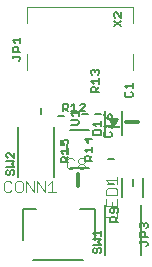
<source format=gbr>
G04 EAGLE Gerber RS-274X export*
G75*
%MOMM*%
%FSLAX34Y34*%
%LPD*%
%INSilkscreen Top*%
%IPPOS*%
%AMOC8*
5,1,8,0,0,1.08239X$1,22.5*%
G01*
%ADD10C,0.304800*%
%ADD11C,0.076200*%
%ADD12C,0.152400*%
%ADD13C,0.203200*%
%ADD14R,1.000000X0.200000*%
%ADD15C,0.101600*%

G36*
X117337Y116867D02*
X117337Y116867D01*
X117364Y116867D01*
X117475Y116899D01*
X117588Y116925D01*
X117611Y116938D01*
X117637Y116946D01*
X117735Y117008D01*
X117836Y117064D01*
X117852Y117082D01*
X117877Y117097D01*
X118062Y117305D01*
X118066Y117309D01*
X120066Y120309D01*
X120097Y120373D01*
X120137Y120433D01*
X120158Y120501D01*
X120189Y120565D01*
X120201Y120636D01*
X120222Y120704D01*
X120224Y120775D01*
X120236Y120846D01*
X120228Y120917D01*
X120230Y120988D01*
X120212Y121057D01*
X120203Y121128D01*
X120176Y121194D01*
X120158Y121263D01*
X120121Y121324D01*
X120094Y121390D01*
X120049Y121446D01*
X120013Y121508D01*
X119961Y121557D01*
X119916Y121612D01*
X119858Y121653D01*
X119805Y121702D01*
X119742Y121735D01*
X119684Y121776D01*
X119616Y121799D01*
X119552Y121832D01*
X119493Y121842D01*
X119415Y121869D01*
X119296Y121875D01*
X119221Y121887D01*
X115221Y121887D01*
X115150Y121877D01*
X115078Y121877D01*
X115010Y121857D01*
X114940Y121847D01*
X114874Y121818D01*
X114805Y121798D01*
X114745Y121760D01*
X114680Y121731D01*
X114625Y121685D01*
X114565Y121647D01*
X114517Y121594D01*
X114463Y121548D01*
X114423Y121488D01*
X114376Y121434D01*
X114345Y121370D01*
X114306Y121311D01*
X114284Y121243D01*
X114253Y121178D01*
X114241Y121108D01*
X114220Y121040D01*
X114218Y120968D01*
X114206Y120898D01*
X114214Y120827D01*
X114212Y120756D01*
X114231Y120686D01*
X114239Y120615D01*
X114264Y120560D01*
X114284Y120481D01*
X114345Y120378D01*
X114376Y120309D01*
X116376Y117309D01*
X116453Y117222D01*
X116526Y117132D01*
X116548Y117117D01*
X116566Y117097D01*
X116663Y117035D01*
X116758Y116968D01*
X116784Y116960D01*
X116806Y116945D01*
X116917Y116913D01*
X117027Y116875D01*
X117054Y116874D01*
X117079Y116867D01*
X117195Y116867D01*
X117311Y116861D01*
X117337Y116867D01*
G37*
D10*
X87122Y75565D02*
X87122Y65405D01*
D11*
X83774Y87454D02*
X82206Y89022D01*
X79071Y89022D01*
X77503Y87454D01*
X77503Y81184D01*
X79071Y79616D01*
X82206Y79616D01*
X83774Y81184D01*
X86858Y87454D02*
X88426Y89022D01*
X91561Y89022D01*
X93129Y87454D01*
X93129Y85887D01*
X91561Y84319D01*
X93129Y82751D01*
X93129Y81184D01*
X91561Y79616D01*
X88426Y79616D01*
X86858Y81184D01*
X86858Y82751D01*
X88426Y84319D01*
X86858Y85887D01*
X86858Y87454D01*
X88426Y84319D02*
X91561Y84319D01*
D10*
X127762Y119507D02*
X137922Y119507D01*
D12*
X126740Y143894D02*
X127842Y144995D01*
X126740Y143894D02*
X126740Y141691D01*
X127842Y140589D01*
X132248Y140589D01*
X133350Y141691D01*
X133350Y143894D01*
X132248Y144995D01*
X128944Y148073D02*
X126740Y150276D01*
X133350Y150276D01*
X133350Y148073D02*
X133350Y152480D01*
X38354Y172578D02*
X37252Y171477D01*
X38354Y172578D02*
X38354Y173680D01*
X37252Y174781D01*
X31744Y174781D01*
X31744Y173680D02*
X31744Y175883D01*
X31744Y178961D02*
X38354Y178961D01*
X31744Y178961D02*
X31744Y182266D01*
X32846Y183367D01*
X35049Y183367D01*
X36151Y182266D01*
X36151Y178961D01*
X33948Y186445D02*
X31744Y188648D01*
X38354Y188648D01*
X38354Y186445D02*
X38354Y190851D01*
X40104Y46016D02*
X40104Y20016D01*
X40104Y46016D02*
X51104Y46016D01*
X89104Y46016D02*
X101104Y46016D01*
X101104Y20016D01*
X91104Y3016D02*
X49104Y3016D01*
D11*
X30756Y68235D02*
X29188Y69803D01*
X26053Y69803D01*
X24485Y68235D01*
X24485Y61965D01*
X26053Y60397D01*
X29188Y60397D01*
X30756Y61965D01*
X35408Y69803D02*
X38543Y69803D01*
X35408Y69803D02*
X33840Y68235D01*
X33840Y61965D01*
X35408Y60397D01*
X38543Y60397D01*
X40111Y61965D01*
X40111Y68235D01*
X38543Y69803D01*
X43195Y69803D02*
X43195Y60397D01*
X49466Y60397D02*
X43195Y69803D01*
X49466Y69803D02*
X49466Y60397D01*
X52551Y60397D02*
X52551Y69803D01*
X58821Y60397D01*
X58821Y69803D01*
X61906Y66668D02*
X65041Y69803D01*
X65041Y60397D01*
X61906Y60397D02*
X68176Y60397D01*
D13*
X80392Y80274D02*
X96392Y80274D01*
X96392Y113274D02*
X80392Y113274D01*
X77892Y100774D02*
X77892Y92774D01*
D12*
X81020Y117316D02*
X86528Y117316D01*
X87630Y118418D01*
X87630Y120621D01*
X86528Y121722D01*
X81020Y121722D01*
X83224Y124800D02*
X81020Y127003D01*
X87630Y127003D01*
X87630Y124800D02*
X87630Y129207D01*
X124477Y72008D02*
X124477Y56008D01*
X133477Y65508D02*
X133477Y71008D01*
X142477Y72008D02*
X142477Y56008D01*
D11*
X120396Y38989D02*
X110990Y38989D01*
X120396Y38989D02*
X120396Y45260D01*
X110990Y48344D02*
X110990Y54615D01*
X110990Y48344D02*
X120396Y48344D01*
X120396Y54615D01*
X115693Y51480D02*
X115693Y48344D01*
X110990Y57699D02*
X120396Y57699D01*
X120396Y62402D01*
X118828Y63970D01*
X112558Y63970D01*
X110990Y62402D01*
X110990Y57699D01*
X114125Y67055D02*
X110990Y70190D01*
X120396Y70190D01*
X120396Y67055D02*
X120396Y73325D01*
D12*
X146050Y15707D02*
X144948Y14605D01*
X146050Y15707D02*
X146050Y16808D01*
X144948Y17910D01*
X139440Y17910D01*
X139440Y19011D02*
X139440Y16808D01*
X139440Y22089D02*
X146050Y22089D01*
X139440Y22089D02*
X139440Y25394D01*
X140542Y26496D01*
X142745Y26496D01*
X143847Y25394D01*
X143847Y22089D01*
X140542Y29573D02*
X139440Y30675D01*
X139440Y32878D01*
X140542Y33980D01*
X141644Y33980D01*
X142745Y32878D01*
X142745Y31777D01*
X142745Y32878D02*
X143847Y33980D01*
X144948Y33980D01*
X146050Y32878D01*
X146050Y30675D01*
X144948Y29573D01*
D13*
X110221Y108872D02*
X110221Y128872D01*
X124221Y128872D02*
X124221Y108872D01*
X117221Y116372D02*
X113221Y122372D01*
X121221Y122372D01*
X117221Y116372D01*
D14*
X117221Y115372D03*
D12*
X106459Y108634D02*
X99849Y108634D01*
X106459Y108634D02*
X106459Y111939D01*
X105357Y113040D01*
X100951Y113040D01*
X99849Y111939D01*
X99849Y108634D01*
X102053Y116118D02*
X99849Y118321D01*
X106459Y118321D01*
X106459Y116118D02*
X106459Y120525D01*
D15*
X133600Y163797D02*
X133600Y177297D01*
X44200Y177297D02*
X44200Y163797D01*
X44200Y217297D02*
X133600Y217297D01*
X133600Y203797D01*
X44200Y203797D02*
X44200Y217297D01*
D12*
X117156Y200591D02*
X123766Y204997D01*
X123766Y200591D02*
X117156Y204997D01*
X123766Y208075D02*
X123766Y212481D01*
X123766Y208075D02*
X119360Y212481D01*
X118258Y212481D01*
X117156Y211380D01*
X117156Y209176D01*
X118258Y208075D01*
D13*
X55499Y131699D02*
X55499Y126619D01*
D12*
X74041Y128651D02*
X74041Y135261D01*
X77346Y135261D01*
X78447Y134159D01*
X78447Y131956D01*
X77346Y130854D01*
X74041Y130854D01*
X76244Y130854D02*
X78447Y128651D01*
X81525Y133057D02*
X83728Y135261D01*
X83728Y128651D01*
X81525Y128651D02*
X85932Y128651D01*
X89009Y128651D02*
X93416Y128651D01*
X93416Y133057D02*
X89009Y128651D01*
X93416Y133057D02*
X93416Y134159D01*
X92314Y135261D01*
X90111Y135261D01*
X89009Y134159D01*
D13*
X101727Y126111D02*
X106807Y126111D01*
D12*
X104775Y144653D02*
X98165Y144653D01*
X98165Y147958D01*
X99267Y149059D01*
X101470Y149059D01*
X102572Y147958D01*
X102572Y144653D01*
X102572Y146856D02*
X104775Y149059D01*
X100369Y152137D02*
X98165Y154340D01*
X104775Y154340D01*
X104775Y152137D02*
X104775Y156544D01*
X99267Y159621D02*
X98165Y160723D01*
X98165Y162926D01*
X99267Y164028D01*
X100369Y164028D01*
X101470Y162926D01*
X101470Y161825D01*
X101470Y162926D02*
X102572Y164028D01*
X103673Y164028D01*
X104775Y162926D01*
X104775Y160723D01*
X103673Y159621D01*
D13*
X112395Y67056D02*
X117475Y67056D01*
D12*
X114421Y35070D02*
X121031Y35070D01*
X114421Y35070D02*
X114421Y38375D01*
X115523Y39476D01*
X117726Y39476D01*
X118828Y38375D01*
X118828Y35070D01*
X118828Y37273D02*
X121031Y39476D01*
X119929Y42554D02*
X121031Y43655D01*
X121031Y45859D01*
X119929Y46960D01*
X115523Y46960D01*
X114421Y45859D01*
X114421Y43655D01*
X115523Y42554D01*
X116625Y42554D01*
X117726Y43655D01*
X117726Y46960D01*
D13*
X117475Y88265D02*
X112395Y88265D01*
D12*
X108833Y110112D02*
X109935Y111213D01*
X108833Y110112D02*
X108833Y107909D01*
X109935Y106807D01*
X114341Y106807D01*
X115443Y107909D01*
X115443Y110112D01*
X114341Y111213D01*
X111037Y114291D02*
X108833Y116494D01*
X115443Y116494D01*
X115443Y114291D02*
X115443Y118698D01*
X109935Y123979D02*
X108833Y126182D01*
X109935Y123979D02*
X112138Y121775D01*
X114341Y121775D01*
X115443Y122877D01*
X115443Y125080D01*
X114341Y126182D01*
X113240Y126182D01*
X112138Y125080D01*
X112138Y121775D01*
D13*
X95631Y126111D02*
X90551Y126111D01*
D12*
X92577Y86641D02*
X99187Y86641D01*
X92577Y86641D02*
X92577Y89945D01*
X93679Y91047D01*
X95882Y91047D01*
X96984Y89945D01*
X96984Y86641D01*
X96984Y88844D02*
X99187Y91047D01*
X94781Y94125D02*
X92577Y96328D01*
X99187Y96328D01*
X99187Y94125D02*
X99187Y98531D01*
X99187Y104914D02*
X92577Y104914D01*
X95882Y101609D01*
X95882Y106015D01*
D13*
X75311Y124841D02*
X70231Y124841D01*
D12*
X72257Y85371D02*
X78867Y85371D01*
X72257Y85371D02*
X72257Y88675D01*
X73359Y89777D01*
X75562Y89777D01*
X76664Y88675D01*
X76664Y85371D01*
X76664Y87574D02*
X78867Y89777D01*
X74461Y92855D02*
X72257Y95058D01*
X78867Y95058D01*
X78867Y92855D02*
X78867Y97261D01*
X72257Y100339D02*
X72257Y104745D01*
X72257Y100339D02*
X75562Y100339D01*
X74461Y102542D01*
X74461Y103644D01*
X75562Y104745D01*
X77765Y104745D01*
X78867Y103644D01*
X78867Y101440D01*
X77765Y100339D01*
D13*
X36308Y114980D02*
X36308Y72980D01*
X66816Y72980D02*
X66816Y114980D01*
D12*
X27512Y78828D02*
X26410Y77727D01*
X26410Y75524D01*
X27512Y74422D01*
X28614Y74422D01*
X29715Y75524D01*
X29715Y77727D01*
X30817Y78828D01*
X31918Y78828D01*
X33020Y77727D01*
X33020Y75524D01*
X31918Y74422D01*
X33020Y81906D02*
X26410Y81906D01*
X30817Y84109D02*
X33020Y81906D01*
X30817Y84109D02*
X33020Y86313D01*
X26410Y86313D01*
X33020Y89390D02*
X33020Y93797D01*
X28614Y93797D02*
X33020Y89390D01*
X28614Y93797D02*
X27512Y93797D01*
X26410Y92695D01*
X26410Y90492D01*
X27512Y89390D01*
D13*
X109841Y48940D02*
X109841Y6940D01*
X140349Y6940D02*
X140349Y48940D01*
D12*
X101045Y12788D02*
X99943Y11687D01*
X99943Y9484D01*
X101045Y8382D01*
X102147Y8382D01*
X103248Y9484D01*
X103248Y11687D01*
X104350Y12788D01*
X105451Y12788D01*
X106553Y11687D01*
X106553Y9484D01*
X105451Y8382D01*
X106553Y15866D02*
X99943Y15866D01*
X104350Y18069D02*
X106553Y15866D01*
X104350Y18069D02*
X106553Y20273D01*
X99943Y20273D01*
X102147Y23350D02*
X99943Y25554D01*
X106553Y25554D01*
X106553Y27757D02*
X106553Y23350D01*
M02*

</source>
